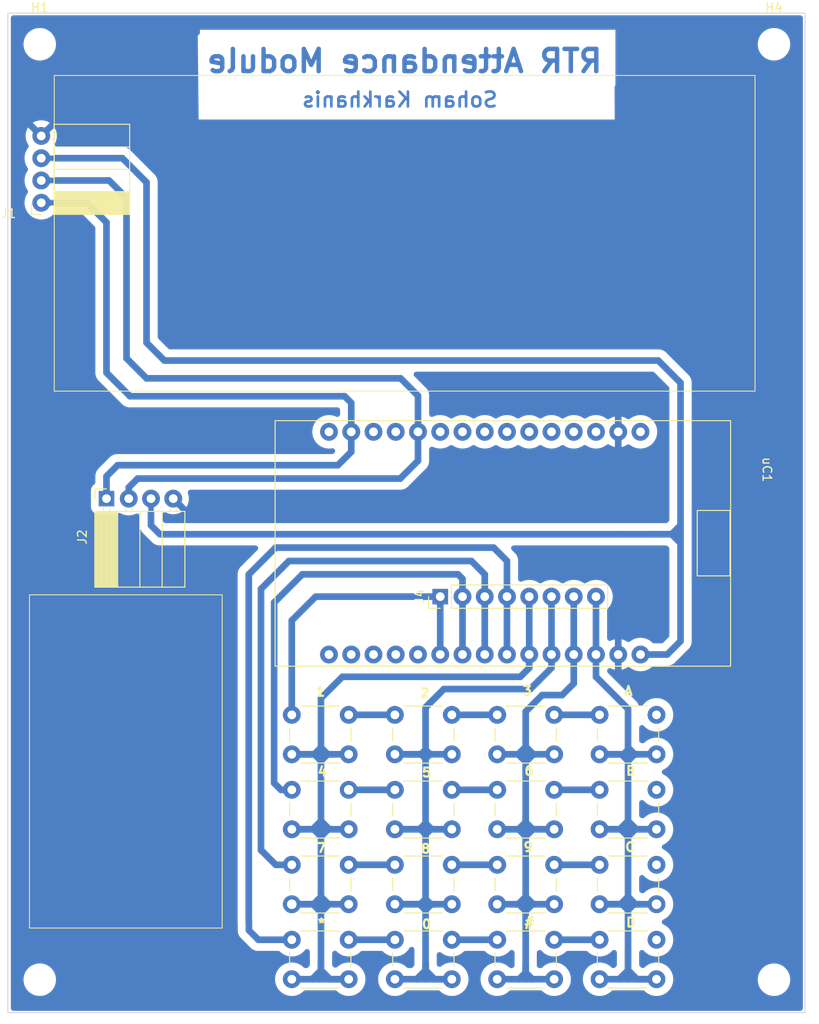
<source format=kicad_pcb>
(kicad_pcb (version 20221018) (generator pcbnew)
  (layers (0 "F.Cu" signal) (31 "B.Cu" signal) (34 "B.Paste" user) (35 "F.Paste" user) (36 "B.SilkS" user "B.Silkscreen") (37 "F.SilkS" user "F.Silkscreen") (38 "B.Mask" user) (39 "F.Mask" user) (44 "Edge.Cuts" user))
  (net 0 "")
  (net 1 "/SCL")
  (net 2 "/SDA")
  (net 3 "/5V")
  (net 4 "GND")
  (net 5 "/R1")
  (net 6 "/C1")
  (net 7 "/R2")
  (net 8 "/R3")
  (net 9 "/R4")
  (net 10 "/C2")
  (net 11 "/C3")
  (net 12 "/C4")
  (footprint "Button_Switch_THT:SW_PUSH_6mm" (layer "F.Cu") (at 142.648799 132.132399)
    (fp_text reference "SW7" hide)
    (fp_text value "SW_Push_45deg" hide)
    (pad "1" thru_hole circle (at 0 0) (size 2.032 2.032) (drill 1) (layers "*.Cu" "*.Mask") (net 8 "/R3"))
    (pad "1" thru_hole circle (at 6.5 0) (size 2.032 2.032) (drill 1) (layers "*.Cu" "*.Mask") (net 8 "/R3"))
    (pad "2" thru_hole circle (at 0 4.5) (size 2.032 2.032) (drill 1) (layers "*.Cu" "*.Mask") (net 10 "/C2"))
    (pad "2" thru_hole circle (at 6.5 4.5) (size 2.032 2.032) (drill 1) (layers "*.Cu" "*.Mask") (net 10 "/C2"))
  )
  (footprint "MountingHole:MountingHole_3.2mm_M3" (layer "F.Cu") (at 185.927999 38.557198)
    (fp_text reference "H4" (at 0 -4.2) (layer "F.SilkS"))
    (fp_text value "MountingHole")
    (pad "" np_thru_hole circle (at 0 0) (size 3.2 3.2) (drill 3.2) (layers "*.Cu" "*.Mask"))
  )
  (footprint "Button_Switch_THT:SW_PUSH_6mm" (layer "F.Cu") (at 166.0168 115.032398)
    (fp_text reference "SW13" hide)
    (fp_text value "SW_Push_45deg" hide)
    (pad "1" thru_hole circle (at 0 0) (size 2.032 2.032) (drill 1) (layers "*.Cu" "*.Mask") (net 5 "/R1"))
    (pad "1" thru_hole circle (at 6.5 0) (size 2.032 2.032) (drill 1) (layers "*.Cu" "*.Mask") (net 5 "/R1"))
    (pad "2" thru_hole circle (at 0 4.5) (size 2.032 2.032) (drill 1) (layers "*.Cu" "*.Mask") (net 12 "/C4"))
    (pad "2" thru_hole circle (at 6.5 4.5) (size 2.032 2.032) (drill 1) (layers "*.Cu" "*.Mask") (net 12 "/C4"))
  )
  (footprint "Button_Switch_THT:SW_PUSH_6mm" (layer "F.Cu") (at 154.332799 132.132398)
    (fp_text reference "SW11" hide)
    (fp_text value "SW_Push_45deg" hide)
    (pad "1" thru_hole circle (at 0 0) (size 2.032 2.032) (drill 1) (layers "*.Cu" "*.Mask") (net 8 "/R3"))
    (pad "1" thru_hole circle (at 6.5 0) (size 2.032 2.032) (drill 1) (layers "*.Cu" "*.Mask") (net 8 "/R3"))
    (pad "2" thru_hole circle (at 0 4.5) (size 2.032 2.032) (drill 1) (layers "*.Cu" "*.Mask") (net 11 "/C3"))
    (pad "2" thru_hole circle (at 6.5 4.5) (size 2.032 2.032) (drill 1) (layers "*.Cu" "*.Mask") (net 11 "/C3"))
  )
  (footprint "Connector_PinSocket_2.54mm:PinSocket_1x04_P2.54mm_Horizontal" (layer "F.Cu") (at 102.28 56.631199 180)
    (fp_text reference "J1" (at 3.728 -1.23) (layer "F.SilkS"))
    (fp_text value "Conn_01x04_Male")
    (pad "1" thru_hole circle (at 0 0 180) (size 2.032 2.032) (drill 1) (layers "*.Cu" "*.Mask") (net 1 "/SCL"))
    (pad "2" thru_hole circle (at 0 2.54 180) (size 2.032 2.032) (drill 1) (layers "*.Cu" "*.Mask") (net 2 "/SDA"))
    (pad "3" thru_hole circle (at 0 5.08 180) (size 2.032 2.032) (drill 1) (layers "*.Cu" "*.Mask") (net 3 "/5V"))
    (pad "4" thru_hole circle (at 0 7.62 180) (size 2.032 2.032) (drill 1) (layers "*.Cu" "*.Mask") (net 4 "GND"))
  )
  (footprint "Button_Switch_THT:SW_PUSH_6mm" (layer "F.Cu") (at 142.648799 115.032399)
    (fp_text reference "SW5" hide)
    (fp_text value "SW_Push_45deg" hide)
    (pad "1" thru_hole circle (at 0 0) (size 2.032 2.032) (drill 1) (layers "*.Cu" "*.Mask") (net 5 "/R1"))
    (pad "1" thru_hole circle (at 6.5 0) (size 2.032 2.032) (drill 1) (layers "*.Cu" "*.Mask") (net 5 "/R1"))
    (pad "2" thru_hole circle (at 0 4.5) (size 2.032 2.032) (drill 1) (layers "*.Cu" "*.Mask") (net 10 "/C2"))
    (pad "2" thru_hole circle (at 6.5 4.5) (size 2.032 2.032) (drill 1) (layers "*.Cu" "*.Mask") (net 10 "/C2"))
  )
  (footprint "myComponents:ESP32_30_Pin" (layer "F.Cu") (at 180.974999 81.4832 -90)
    (fp_text reference "uC1" (at 5.588 -4.167 -90 unlocked) (layer "F.SilkS"))
    (fp_text value "ESP32_30_Pin")
    (pad "1" thru_hole oval (at 1.27 10.287 270) (size 2.032 2.032) (drill 1) (layers "*.Cu" "*.Mask"))
    (pad "2" thru_hole oval (at 1.27 12.827 270) (size 2.032 2.032) (drill 1) (layers "*.Cu" "*.Mask") (net 4 "GND"))
    (pad "3" thru_hole oval (at 1.27 15.367 270) (size 2.032 2.032) (drill 1) (layers "*.Cu" "*.Mask"))
    (pad "4" thru_hole oval (at 1.27 17.907 270) (size 2.032 2.032) (drill 1) (layers "*.Cu" "*.Mask"))
    (pad "5" thru_hole oval (at 1.27 20.447 270) (size 2.032 2.032) (drill 1) (layers "*.Cu" "*.Mask"))
    (pad "6" thru_hole oval (at 1.27 22.987 270) (size 2.032 2.032) (drill 1) (layers "*.Cu" "*.Mask"))
    (pad "7" thru_hole oval (at 1.27 25.527 270) (size 2.032 2.032) (drill 1) (layers "*.Cu" "*.Mask"))
    (pad "8" thru_hole oval (at 1.27 28.067 270) (size 2.032 2.032) (drill 1) (layers "*.Cu" "*.Mask"))
    (pad "9" thru_hole oval (at 1.27 30.607 270) (size 2.032 2.032) (drill 1) (layers "*.Cu" "*.Mask"))
    (pad "10" thru_hole oval (at 1.27 33.147 270) (size 2.032 2.032) (drill 1) (layers "*.Cu" "*.Mask"))
    (pad "11" thru_hole oval (at 1.27 35.687 270) (size 2.032 2.032) (drill 1) (layers "*.Cu" "*.Mask") (net 2 "/SDA"))
    (pad "12" thru_hole oval (at 1.27 38.227 270) (size 2.032 2.032) (drill 1) (layers "*.Cu" "*.Mask"))
    (pad "13" thru_hole oval (at 1.27 40.767 270) (size 2.032 2.032) (drill 1) (layers "*.Cu" "*.Mask"))
    (pad "14" thru_hole oval (at 1.27 43.307 270) (size 2.032 2.032) (drill 1) (layers "*.Cu" "*.Mask") (net 1 "/SCL"))
    (pad "15" thru_hole oval (at 1.27 45.847 270) (size 2.032 2.032) (drill 1) (layers "*.Cu" "*.Mask"))
    (pad "16" thru_hole oval (at 26.67 45.847 270) (size 2.032 2.032) (drill 1) (layers "*.Cu" "*.Mask"))
    (pad "17" thru_hole oval (at 26.67 43.307 270) (size 2.032 2.032) (drill 1) (layers "*.Cu" "*.Mask"))
    (pad "18" thru_hole oval (at 26.67 40.767 270) (size 2.032 2.032) (drill 1) (layers "*.Cu" "*.Mask"))
    (pad "19" thru_hole oval (at 26.67 38.227 270) (size 2.032 2.032) (drill 1) (layers "*.Cu" "*.Mask"))
    (pad "20" thru_hole oval (at 26.67 35.687 270) (size 2.032 2.032) (drill 1) (layers "*.Cu" "*.Mask"))
    (pad "21" thru_hole oval (at 26.67 33.147 270) (size 2.032 2.032) (drill 1) (layers "*.Cu" "*.Mask") (net 5 "/R1"))
    (pad "22" thru_hole oval (at 26.67 30.607 270) (size 2.032 2.032) (drill 1) (layers "*.Cu" "*.Mask") (net 7 "/R2"))
    (pad "23" thru_hole oval (at 26.67 28.067 270) (size 2.032 2.032) (drill 1) (layers "*.Cu" "*.Mask") (net 8 "/R3"))
    (pad "24" thru_hole oval (at 26.67 25.527 270) (size 2.032 2.032) (drill 1) (layers "*.Cu" "*.Mask") (net 9 "/R4"))
    (pad "25" thru_hole oval (at 26.67 22.987 270) (size 2.032 2.032) (drill 1) (layers "*.Cu" "*.Mask") (net 6 "/C1"))
    (pad "26" thru_hole oval (at 26.67 20.447 270) (size 2.032 2.032) (drill 1) (layers "*.Cu" "*.Mask") (net 10 "/C2"))
    (pad "27" thru_hole oval (at 26.67 17.907 270) (size 2.032 2.032) (drill 1) (layers "*.Cu" "*.Mask") (net 11 "/C3"))
    (pad "28" thru_hole oval (at 26.67 15.367 270) (size 2.032 2.032) (drill 1) (layers "*.Cu" "*.Mask") (net 12 "/C4"))
    (pad "29" thru_hole oval (at 26.67 12.827 270) (size 2.032 2.032) (drill 1) (layers "*.Cu" "*.Mask") (net 4 "GND"))
    (pad "30" thru_hole oval (at 26.67 10.287 270) (size 2.032 2.032) (drill 1) (layers "*.Cu" "*.Mask") (net 3 "/5V"))
  )
  (footprint "Button_Switch_THT:SW_PUSH_6mm" (layer "F.Cu") (at 154.332799 123.582398)
    (fp_text reference "SW10" hide)
    (fp_text value "SW_Push_45deg" hide)
    (pad "1" thru_hole circle (at 0 0) (size 2.032 2.032) (drill 1) (layers "*.Cu" "*.Mask") (net 7 "/R2"))
    (pad "1" thru_hole circle (at 6.5 0) (size 2.032 2.032) (drill 1) (layers "*.Cu" "*.Mask") (net 7 "/R2"))
    (pad "2" thru_hole circle (at 0 4.5) (size 2.032 2.032) (drill 1) (layers "*.Cu" "*.Mask") (net 11 "/C3"))
    (pad "2" thru_hole circle (at 6.5 4.5) (size 2.032 2.032) (drill 1) (layers "*.Cu" "*.Mask") (net 11 "/C3"))
  )
  (footprint "Button_Switch_THT:SW_PUSH_6mm" (layer "F.Cu") (at 154.332799 140.682398)
    (fp_text reference "SW12" hide)
    (fp_text value "SW_Push_45deg" hide)
    (pad "1" thru_hole circle (at 0 0) (size 2.032 2.032) (drill 1) (layers "*.Cu" "*.Mask") (net 9 "/R4"))
    (pad "1" thru_hole circle (at 6.5 0) (size 2.032 2.032) (drill 1) (layers "*.Cu" "*.Mask") (net 9 "/R4"))
    (pad "2" thru_hole circle (at 0 4.5) (size 2.032 2.032) (drill 1) (layers "*.Cu" "*.Mask") (net 11 "/C3"))
    (pad "2" thru_hole circle (at 6.5 4.5) (size 2.032 2.032) (drill 1) (layers "*.Cu" "*.Mask") (net 11 "/C3"))
  )
  (footprint "Button_Switch_THT:SW_PUSH_6mm" (layer "F.Cu") (at 142.648799 123.582399)
    (fp_text reference "SW6" hide)
    (fp_text value "SW_Push_45deg" hide)
    (pad "1" thru_hole circle (at 0 0) (size 2.032 2.032) (drill 1) (layers "*.Cu" "*.Mask") (net 7 "/R2"))
    (pad "1" thru_hole circle (at 6.5 0) (size 2.032 2.032) (drill 1) (layers "*.Cu" "*.Mask") (net 7 "/R2"))
    (pad "2" thru_hole circle (at 0 4.5) (size 2.032 2.032) (drill 1) (layers "*.Cu" "*.Mask") (net 10 "/C2"))
    (pad "2" thru_hole circle (at 6.5 4.5) (size 2.032 2.032) (drill 1) (layers "*.Cu" "*.Mask") (net 10 "/C2"))
  )
  (footprint "Button_Switch_THT:SW_PUSH_6mm" (layer "F.Cu") (at 166.0168 132.132399)
    (fp_text reference "SW15" hide)
    (fp_text value "SW_Push_45deg" hide)
    (pad "1" thru_hole circle (at 0 0) (size 2.032 2.032) (drill 1) (layers "*.Cu" "*.Mask") (net 8 "/R3"))
    (pad "1" thru_hole circle (at 6.5 0) (size 2.032 2.032) (drill 1) (layers "*.Cu" "*.Mask") (net 8 "/R3"))
    (pad "2" thru_hole circle (at 0 4.5) (size 2.032 2.032) (drill 1) (layers "*.Cu" "*.Mask") (net 12 "/C4"))
    (pad "2" thru_hole circle (at 6.5 4.5 90) (size 2.032 2.032) (drill 1.1) (layers "*.Cu" "*.Mask") (net 12 "/C4"))
  )
  (footprint "Button_Switch_THT:SW_PUSH_6mm" (layer "F.Cu") (at 166.0168 140.682399)
    (fp_text reference "SW16" hide)
    (fp_text value "SW_Push_45deg" hide)
    (pad "1" thru_hole circle (at 0 0) (size 2.032 2.032) (drill 1) (layers "*.Cu" "*.Mask") (net 9 "/R4"))
    (pad "1" thru_hole circle (at 6.5 0) (size 2.032 2.032) (drill 1) (layers "*.Cu" "*.Mask") (net 9 "/R4"))
    (pad "2" thru_hole circle (at 0 4.5) (size 2.032 2.032) (drill 1) (layers "*.Cu" "*.Mask") (net 12 "/C4"))
    (pad "2" thru_hole circle (at 6.5 4.5) (size 2.032 2.032) (drill 1) (layers "*.Cu" "*.Mask") (net 12 "/C4"))
  )
  (footprint "Button_Switch_THT:SW_PUSH_6mm" (layer "F.Cu") (at 130.880799 115.032398)
    (fp_text reference "SW1" hide)
    (fp_text value "SW_Push_45deg" hide)
    (pad "1" thru_hole circle (at 0 0) (size 2.032 2.032) (drill 1) (layers "*.Cu" "*.Mask") (net 5 "/R1"))
    (pad "1" thru_hole circle (at 6.5 0) (size 2.032 2.032) (drill 1) (layers "*.Cu" "*.Mask") (net 5 "/R1"))
    (pad "2" thru_hole circle (at 0 4.5) (size 2.032 2.032) (drill 1) (layers "*.Cu" "*.Mask") (net 6 "/C1"))
    (pad "2" thru_hole circle (at 6.5 4.5) (size 2.032 2.032) (drill 1) (layers "*.Cu" "*.Mask") (net 6 "/C1"))
  )
  (footprint "MountingHole:MountingHole_3.2mm_M3" (layer "F.Cu") (at 102.107999 38.557199)
    (fp_text reference "H1" (at 0 -4.2) (layer "F.SilkS"))
    (fp_text value "MountingHole" hide)
    (pad "" np_thru_hole circle (at 0 0) (size 3.2 3.2) (drill 3.2) (layers "*.Cu" "*.Mask"))
  )
  (footprint "Button_Switch_THT:SW_PUSH_6mm" (layer "F.Cu") (at 142.648799 140.682399)
    (fp_text reference "SW8" hide)
    (fp_text value "SW_Push_45deg" hide)
    (pad "1" thru_hole circle (at 0 0) (size 2.032 2.032) (drill 1) (layers "*.Cu" "*.Mask") (net 9 "/R4"))
    (pad "1" thru_hole circle (at 6.5 0) (size 2.032 2.032) (drill 1) (layers "*.Cu" "*.Mask") (net 9 "/R4"))
    (pad "2" thru_hole circle (at 0 4.5) (size 2.032 2.032) (drill 1) (layers "*.Cu" "*.Mask") (net 10 "/C2"))
    (pad "2" thru_hole circle (at 6.5 4.5) (size 2.032 2.032) (drill 1) (layers "*.Cu" "*.Mask") (net 10 "/C2"))
  )
  (footprint "Button_Switch_THT:SW_PUSH_6mm" (layer "F.Cu") (at 154.332799 115.032398)
    (fp_text reference "SW9" hide)
    (fp_text value "SW_Push_45deg" hide)
    (pad "1" thru_hole circle (at 0 0) (size 2.032 2.032) (drill 1) (layers "*.Cu" "*.Mask") (net 5 "/R1"))
    (pad "1" thru_hole circle (at 6.5 0) (size 2.032 2.032) (drill 1) (layers "*.Cu" "*.Mask") (net 5 "/R1"))
    (pad "2" thru_hole circle (at 0 4.5) (size 2.032 2.032) (drill 1) (layers "*.Cu" "*.Mask") (net 11 "/C3"))
    (pad "2" thru_hole circle (at 6.5 4.5) (size 2.032 2.032) (drill 1) (layers "*.Cu" "*.Mask") (net 11 "/C3"))
  )
  (footprint "Button_Switch_THT:SW_PUSH_6mm" (layer "F.Cu") (at 130.880799 140.682399)
    (fp_text reference "SW4" hide)
    (fp_text value "SW_Push_45deg" hide)
    (pad "1" thru_hole circle (at 0 0) (size 2.032 2.032) (drill 1) (layers "*.Cu" "*.Mask") (net 9 "/R4"))
    (pad "1" thru_hole circle (at 6.5 0) (size 2.032 2.032) (drill 1) (layers "*.Cu" "*.Mask") (net 9 "/R4"))
    (pad "2" thru_hole circle (at 0 4.5) (size 2.032 2.032) (drill 1) (layers "*.Cu" "*.Mask") (net 6 "/C1"))
    (pad "2" thru_hole circle (at 6.5 4.5) (size 2.032 2.032) (drill 1) (layers "*.Cu" "*.Mask") (net 6 "/C1"))
  )
  (footprint "Button_Switch_THT:SW_PUSH_6mm" (layer "F.Cu") (at 130.880799 132.132399)
    (fp_text reference "SW3" hide)
    (fp_text value "SW_Push_45deg" hide)
    (pad "1" thru_hole circle (at 0 0) (size 2.032 2.032) (drill 1) (layers "*.Cu" "*.Mask") (net 8 "/R3"))
    (pad "1" thru_hole circle (at 6.5 0) (size 2.032 2.032) (drill 1) (layers "*.Cu" "*.Mask") (net 8 "/R3"))
    (pad "2" thru_hole circle (at 0 4.5 90) (size 2.032 2.032) (drill 1.1) (layers "*.Cu" "*.Mask") (net 6 "/C1"))
    (pad "2" thru_hole circle (at 6.5 4.5) (size 2.032 2.032) (drill 1) (layers "*.Cu" "*.Mask") (net 6 "/C1"))
  )
  (footprint "Button_Switch_THT:SW_PUSH_6mm" (layer "F.Cu") (at 166.0168 123.582398)
    (fp_text reference "SW14" hide)
    (fp_text value "SW_Push_45deg" hide)
    (pad "1" thru_hole circle (at 0 0) (size 2.032 2.032) (drill 1) (layers "*.Cu" "*.Mask") (net 7 "/R2"))
    (pad "1" thru_hole circle (at 6.5 0) (size 2.032 2.032) (drill 1) (layers "*.Cu" "*.Mask") (net 7 "/R2"))
    (pad "2" thru_hole circle (at 0 4.5) (size 2.032 2.032) (drill 1) (layers "*.Cu" "*.Mask") (net 12 "/C4"))
    (pad "2" thru_hole circle (at 6.5 4.5) (size 2.032 2.032) (drill 1) (layers "*.Cu" "*.Mask") (net 12 "/C4"))
  )
  (footprint "MountingHole:MountingHole_3.2mm_M3" (layer "F.Cu") (at 185.928 145.237199)
    (fp_text reference "H3" hide)
    (fp_text value "MountingHole")
    (pad "" np_thru_hole circle (at 0 0) (size 3.2 3.2) (drill 3.2) (layers "*.Cu" "*.Mask"))
  )
  (footprint "Button_Switch_THT:SW_PUSH_6mm" (layer "F.Cu") (at 130.880799 123.582398)
    (fp_text reference "SW2" hide)
    (fp_text value "SW_Push_45deg" hide)
    (pad "1" thru_hole circle (at 0 0) (size 2.032 2.032) (drill 1) (layers "*.Cu" "*.Mask") (net 7 "/R2"))
    (pad "1" thru_hole circle (at 6.5 0 90) (size 2.032 2.032) (drill 1.1) (layers "*.Cu" "*.Mask") (net 7 "/R2"))
    (pad "2" thru_hole circle (at 0 4.5) (size 2.032 2.032) (drill 1) (layers "*.Cu" "*.Mask") (net 6 "/C1"))
    (pad "2" thru_hole circle (at 6.5 4.5) (size 2.032 2.032) (drill 1) (layers "*.Cu" "*.Mask") (net 6 "/C1"))
  )
  (footprint "Connector_PinSocket_2.54mm:PinSocket_1x04_P2.54mm_Horizontal" (layer "F.Cu") (at 109.727999 90.373198 90)
    (fp_text reference "J2" (at -4.38 -2.77 90) (layer "F.SilkS"))
    (fp_text value "Conn_01x04_Male")
    (pad "1" thru_hole rect (at 0 0 90) (size 1.778 1.778) (drill 1) (layers "*.Cu" "*.Mask") (net 1 "/SCL"))
    (pad "2" thru_hole circle (at 0 2.54 90) (size 2.032 2.032) (drill 1) (layers "*.Cu" "*.Mask") (net 2 "/SDA"))
    (pad "3" thru_hole circle (at 0 5.08 90) (size 2.032 2.032) (drill 1) (layers "*.Cu" "*.Mask") (net 3 "/5V"))
    (pad "4" thru_hole circle (at 0 7.62 90) (size 2.032 2.032) (drill 1) (layers "*.Cu" "*.Mask") (net 4 "GND"))
  )
  (footprint "MountingHole:MountingHole_3.2mm_M3" (layer "F.Cu") (at 102.107999 145.237199)
    (fp_text reference "H2" hide)
    (fp_text value "MountingHole" hide)
    (pad "" np_thru_hole circle (at 0 0) (size 3.2 3.2) (drill 3.2) (layers "*.Cu" "*.Mask"))
  )
  (footprint "Connector_PinHeader_2.54mm:PinHeader_1x08_P2.54mm_Vertical" (layer "F.Cu") (at 147.827998 101.549201 90)
    (fp_text reference "J4" (at 0 -2.33 90) (layer "F.SilkS"))
    (fp_text value "Conn_01x08_Pin")
    (pad "1" thru_hole rect (at 0 0 90) (size 1.778 1.778) (drill 1) (layers "*.Cu" "*.Mask") (net 5 "/R1"))
    (pad "2" thru_hole circle (at 0 2.54 90) (size 2.032 2.032) (drill 1) (layers "*.Cu" "*.Mask") (net 7 "/R2"))
    (pad "3" thru_hole circle (at 0 5.08 90) (size 2.032 2.032) (drill 1) (layers "*.Cu" "*.Mask") (net 8 "/R3"))
    (pad "4" thru_hole circle (at 0 7.62 90) (size 2.032 2.032) (drill 1) (layers "*.Cu" "*.Mask") (net 9 "/R4"))
    (pad "5" thru_hole circle (at 0 10.16 90) (size 2.032 2.032) (drill 1) (layers "*.Cu" "*.Mask") (net 6 "/C1"))
    (pad "6" thru_hole circle (at 0 12.7 90) (size 2.032 2.032) (drill 1) (layers "*.Cu" "*.Mask") (net 10 "/C2"))
    (pad "7" thru_hole circle (at 0 15.24 90) (size 2.032 2.032) (drill 1) (layers "*.Cu" "*.Mask") (net 11 "/C3"))
    (pad "8" thru_hole circle (at 0 17.78 90) (size 2.032 2.032) (drill 1) (layers "*.Cu" "*.Mask") (net 12 "/C4"))
  )
  (gr_poly (pts (xy 103.763998 42.1132) (xy 183.763999 42.1132) (xy 183.763999 78.113198) (xy 103.764 78.113199)) (stroke (width 0.1)) (fill none) (layer "F.SilkS"))
  (gr_poly (pts (xy 100.935997 101.345199) (xy 122.936 101.3452) (xy 122.935999 139.345199) (xy 100.935999 139.345199)) (stroke (width 0.1)) (fill none) (layer "F.SilkS"))
  (gr_poly (pts (xy 98.468 35.001199) (xy 189.467999 35.001199) (xy 189.467999 149.001199) (xy 98.467999 149.001201)) (stroke (width 0.1)) (fill none) (layer "Edge.Cuts"))
  (gr_text "Soham Karkhanis" (at 154.53803 45.872399) (layer "B.Cu") (effects (font (size 1.7 1.7) (thickness 0.3048) bold) (justify left bottom mirror)))
  (gr_text "RTR Attendance Module" (at 166.57763 41.9608) (layer "B.Cu") (effects (font (size 2.54 2.54) (thickness 0.508) bold) (justify left bottom mirror)))
  (gr_text "1" (at 133.511999 112.997199) (layer "F.SilkS") (effects (font (size 1.016 1.016) (thickness 0.254) bold) (justify left bottom)))
  (gr_text "8" (at 145.511999 130.905198) (layer "F.SilkS") (effects (font (size 1.016 1.016) (thickness 0.254) bold) (justify left bottom)))
  (gr_text "*" (at 133.711999 139.405197) (layer "F.SilkS") (effects (font (size 1.016 1.016) (thickness 0.254) bold) (justify left bottom)))
  (gr_text "A" (at 168.711999 112.897199) (layer "F.SilkS") (effects (font (size 1.016 1.016) (thickness 0.254) bold) (justify left bottom)))
  (gr_text "9" (at 157.212001 130.705199) (layer "F.SilkS") (effects (font (size 1.016 1.016) (thickness 0.254) bold) (justify left bottom)))
  (gr_text "5" (at 145.611999 122.205198) (layer "F.SilkS") (effects (font (size 1.016 1.016) (thickness 0.254) bold) (justify left bottom)))
  (gr_text "C" (at 168.811999 130.705197) (layer "F.SilkS") (effects (font (size 1.016 1.016) (thickness 0.254) bold) (justify left bottom)))
  (gr_text "4" (at 133.711999 122.105198) (layer "F.SilkS") (effects (font (size 1.016 1.016) (thickness 0.254) bold) (justify left bottom)))
  (gr_text "3" (at 157.111998 112.8972) (layer "F.SilkS") (effects (font (size 1.016 1.016) (thickness 0.254) bold) (justify left bottom)))
  (gr_text "D" (at 168.911999 139.305199) (layer "F.SilkS") (effects (font (size 1.016 1.016) (thickness 0.254) bold) (justify left bottom)))
  (gr_text "7" (at 133.611999 130.805199) (layer "F.SilkS") (effects (font (size 1.016 1.016) (thickness 0.254) bold) (justify left bottom)))
  (gr_text "0" (at 145.611999 139.505199) (layer "F.SilkS") (effects (font (size 1.016 1.016) (thickness 0.254) bold) (justify left bottom)))
  (gr_text "B" (at 168.911999 122.005199) (layer "F.SilkS") (effects (font (size 1.016 1.016) (thickness 0.254) bold) (justify left bottom)))
  (gr_text "#" (at 157.311999 139.305198) (layer "F.SilkS") (effects (font (size 1.016 1.016) (thickness 0.254) bold) (justify left bottom)))
  (gr_text "6" (at 157.312 122.005199) (layer "F.SilkS") (effects (font (size 1.016 1.016) (thickness 0.254) bold) (justify left bottom)))
  (gr_text "2" (at 145.411999 113.097199) (layer "F.SilkS") (effects (font (size 1.016 1.016) (thickness 0.254) bold) (justify left bottom)))
  (segment (start 102.28 56.631199) (end 107.482 56.631199) (width 0.762) (layer "B.Cu") (net 1))
  (segment (start 136.911999 78.6972) (end 137.667998 79.453199) (width 0.762) (layer "B.Cu") (net 1))
  (segment (start 109.727998 87.8332) (end 110.997998 86.563199) (width 0.762) (layer "B.Cu") (net 1))
  (segment (start 109.727999 76.013198) (end 112.412 78.697199) (width 0.762) (layer "B.Cu") (net 1))
  (segment (start 136.143998 86.5632) (end 137.667999 85.039199) (width 0.762) (layer "B.Cu") (net 1))
  (segment (start 137.667999 85.039199) (end 137.667998 82.7532) (width 0.762) (layer "B.Cu") (net 1))
  (segment (start 112.412 78.697199) (end 136.911999 78.6972) (width 0.762) (layer "B.Cu") (net 1))
  (segment (start 107.482 56.631199) (end 109.727998 58.8772) (width 0.762) (layer "B.Cu") (net 1))
  (segment (start 109.727998 75.197199) (end 109.727999 76.013198) (width 0.762) (layer "B.Cu") (net 1))
  (segment (start 137.667998 79.453199) (end 137.667998 82.7532) (width 0.762) (layer "B.Cu") (net 1))
  (segment (start 109.727998 58.8772) (end 109.727998 75.197199) (width 0.762) (layer "B.Cu") (net 1))
  (segment (start 110.997998 86.563199) (end 111.759998 86.563199) (width 0.762) (layer "B.Cu") (net 1))
  (segment (start 112.775999 86.563198) (end 136.143998 86.5632) (width 0.762) (layer "B.Cu") (net 1))
  (segment (start 109.727999 90.373198) (end 109.727998 87.8332) (width 0.762) (layer "B.Cu") (net 1))
  (segment (start 111.759998 86.563199) (end 112.775999 86.563198) (width 0.762) (layer "B.Cu") (net 1))
  (segment (start 143.255999 88.087201) (end 145.287999 86.055199) (width 0.762) (layer "B.Cu") (net 2))
  (segment (start 112.013999 56.0832) (end 112.013999 74.371199) (width 0.762) (layer "B.Cu") (net 2))
  (segment (start 112.268 90.373199) (end 112.268 89.103199) (width 0.762) (layer "B.Cu") (net 2))
  (segment (start 145.287999 78.638399) (end 145.288 82.7532) (width 0.762) (layer "B.Cu") (net 2))
  (segment (start 112.013999 74.371199) (end 114.3 76.657199) (width 0.762) (layer "B.Cu") (net 2))
  (segment (start 113.284 88.087199) (end 143.255999 88.087201) (width 0.762) (layer "B.Cu") (net 2))
  (segment (start 114.3 76.657199) (end 143.3068 76.657199) (width 0.762) (layer "B.Cu") (net 2))
  (segment (start 110.022001 54.091199) (end 112.013999 56.0832) (width 0.762) (layer "B.Cu") (net 2))
  (segment (start 143.3068 76.657199) (end 145.287999 78.638399) (width 0.762) (layer "B.Cu") (net 2))
  (segment (start 145.287999 86.055199) (end 145.288 82.7532) (width 0.762) (layer "B.Cu") (net 2))
  (segment (start 102.279999 54.091199) (end 110.022001 54.091199) (width 0.762) (layer "B.Cu") (net 2))
  (segment (start 112.268 89.103199) (end 113.284 88.087199) (width 0.762) (layer "B.Cu") (net 2))
  (segment (start 111.545998 51.551199) (end 114.299997 54.305199) (width 0.762) (layer "B.Cu") (net 3))
  (segment (start 175.259999 77.1652) (end 175.259999 93.421198) (width 0.762) (layer "B.Cu") (net 3))
  (segment (start 173.735999 108.153199) (end 170.687999 108.1532) (width 0.762) (layer "B.Cu") (net 3))
  (segment (start 174.243999 94.437199) (end 175.259999 95.453199) (width 0.762) (layer "B.Cu") (net 3))
  (segment (start 174.243999 94.437199) (end 175.259999 93.421198) (width 0.762) (layer "B.Cu") (net 3))
  (segment (start 171.703999 94.437199) (end 174.243999 94.437199) (width 0.762) (layer "B.Cu") (net 3))
  (segment (start 114.807998 90.373199) (end 114.807998 92.405199) (width 0.762) (layer "B.Cu") (net 3))
  (segment (start 114.807998 93.421199) (end 115.823999 94.437199) (width 0.762) (layer "B.Cu") (net 3))
  (segment (start 114.807998 92.405199) (end 114.807998 93.421199) (width 0.762) (layer "B.Cu") (net 3))
  (segment (start 102.28 51.551199) (end 111.545998 51.551199) (width 0.762) (layer "B.Cu") (net 3))
  (segment (start 114.3 72.593199) (end 116.332 74.625199) (width 0.762) (layer "B.Cu") (net 3))
  (segment (start 168.147999 94.437199) (end 115.823999 94.437199) (width 0.762) (layer "B.Cu") (net 3))
  (segment (start 175.259999 93.421198) (end 175.259999 94.4372) (width 0.762) (layer "B.Cu") (net 3))
  (segment (start 175.259999 95.453199) (end 175.259999 106.629199) (width 0.762) (layer "B.Cu") (net 3))
  (segment (start 175.259999 94.4372) (end 175.259999 95.453199) (width 0.762) (layer "B.Cu") (net 3))
  (segment (start 172.211999 94.437199) (end 175.259999 94.4372) (width 0.762) (layer "B.Cu") (net 3))
  (segment (start 168.147999 94.437199) (end 171.703999 94.437199) (width 0.762) (layer "B.Cu") (net 3))
  (segment (start 171.703999 94.437199) (end 172.211999 94.437199) (width 0.762) (layer "B.Cu") (net 3))
  (segment (start 114.299997 54.305199) (end 114.3 72.593199) (width 0.762) (layer "B.Cu") (net 3))
  (segment (start 175.259999 106.629199) (end 173.735999 108.153199) (width 0.762) (layer "B.Cu") (net 3))
  (segment (start 172.211999 94.437199) (end 174.243999 94.437199) (width 0.762) (layer "B.Cu") (net 3))
  (segment (start 116.332 74.625199) (end 172.719999 74.6252) (width 0.762) (layer "B.Cu") (net 3))
  (segment (start 172.719999 74.6252) (end 175.259999 77.1652) (width 0.762) (layer "B.Cu") (net 3))
  (segment (start 133.603999 101.549201) (end 147.827998 101.549201) (width 0.762) (layer "B.Cu") (net 5))
  (segment (start 149.148799 115.0324) (end 154.332799 115.032398) (width 0.762) (layer "B.Cu") (net 5))
  (segment (start 160.8328 115.032399) (end 166.0168 115.032398) (width 0.762) (layer "B.Cu") (net 5))
  (segment (start 130.880799 115.032398) (end 130.880799 104.272398) (width 0.762) (layer "B.Cu") (net 5))
  (segment (start 130.880799 104.272398) (end 133.603999 101.549201) (width 0.762) (layer "B.Cu") (net 5))
  (segment (start 137.3808 115.0324) (end 142.648799 115.032399) (width 0.762) (layer "B.Cu") (net 5))
  (segment (start 147.827998 101.549201) (end 147.827999 108.1532) (width 0.762) (layer "B.Cu") (net 5))
  (segment (start 135.240799 145.182399) (end 137.380799 145.182399) (width 0.762) (layer "B.Cu") (net 6))
  (segment (start 134.214799 118.756399) (end 134.214799 113.930399) (width 0.762) (layer "B.Cu") (net 6))
  (segment (start 157.987998 101.549201) (end 157.987999 108.1532) (width 0.762) (layer "B.Cu") (net 6))
  (segment (start 135.484798 128.082399) (end 135.1588 128.082399) (width 0.762) (layer "B.Cu") (net 6))
  (segment (start 135.1588 128.082399) (end 134.214799 127.138399) (width 0.762) (layer "B.Cu") (net 6))
  (segment (start 135.134799 136.6324) (end 134.214799 137.552399) (width 0.762) (layer "B.Cu") (net 6))
  (segment (start 130.880799 136.632399) (end 133.3568 136.632399) (width 0.762) (layer "B.Cu") (net 6))
  (segment (start 134.214799 137.552399) (end 134.214799 143.140399) (width 0.762) (layer "B.Cu") (net 6))
  (segment (start 134.214799 127.138399) (end 134.2148 128.154397) (width 0.762) (layer "B.Cu") (net 6))
  (segment (start 137.380799 128.082399) (end 135.484798 128.082399) (width 0.762) (layer "B.Cu") (net 6))
  (segment (start 130.880799 119.532399) (end 133.466798 119.532399) (width 0.762) (layer "B.Cu") (net 6))
  (segment (start 133.294799 136.632398) (end 134.214799 137.552399) (width 0.762) (layer "B.Cu") (net 6))
  (segment (start 135.484798 128.082399) (end 134.286798 128.082399) (width 0.762) (layer "B.Cu") (net 6))
  (segment (start 135.048799 128.082399) (end 134.214799 128.916399) (width 0.762) (layer "B.Cu") (net 6))
  (segment (start 135.484798 119.532399) (end 134.9628 119.532399) (width 0.762) (layer "B.Cu") (net 6))
  (segment (start 133.3568 136.632399) (end 134.214799 135.774399) (width 0.762) (layer "B.Cu") (net 6))
  (segment (start 134.214799 113.930399) (end 134.214799 113.130399) (width 0.762) (layer "B.Cu") (net 6))
  (segment (start 134.214799 136.5364) (end 134.214799 137.552399) (width 0.762) (layer "B.Cu") (net 6))
  (segment (start 133.380799 128.082399) (end 134.214799 128.916399) (width 0.762) (layer "B.Cu") (net 6))
  (segment (start 135.072798 136.632399) (end 134.214799 135.774399) (width 0.762) (layer "B.Cu") (net 6))
  (segment (start 137.380799 119.532399) (end 135.484798 119.532399) (width 0.762) (layer "B.Cu") (net 6))
  (segment (start 157.987999 109.677199) (end 157.987999 108.1532) (width 0.762) (layer "B.Cu") (net 6))
  (segment (start 130.880799 128.082399) (end 133.270799 128.0824) (width 0.762) (layer "B.Cu") (net 6))
  (segment (start 133.198799 145.182399) (end 130.880799 145.182399) (width 0.762) (layer "B.Cu") (net 6))
  (segment (start 130.880799 128.082399) (end 133.380799 128.082399) (width 0.762) (layer "B.Cu") (net 6))
  (segment (start 136.651998 110.6932) (end 156.971999 110.693199) (width 0.762) (layer "B.Cu") (net 6))
  (segment (start 134.214799 120.280399) (end 134.214799 127.138399) (width 0.762) (layer "B.Cu") (net 6))
  (segment (start 133.466798 119.532399) (end 134.214799 120.280399) (width 0.762) (layer "B.Cu") (net 6))
  (segment (start 137.380799 145.182399) (end 133.9608 145.182399) (width 0.762) (layer "B.Cu") (net 6))
  (segment (start 133.438798 119.532399) (end 134.214799 118.756399) (width 0.762) (layer "B.Cu") (net 6))
  (segment (start 130.880799 136.632399) (end 133.294799 136.632398) (width 0.762) (layer "B.Cu") (net 6))
  (segment (start 135.230799 136.632399) (end 135.134799 136.6324) (width 0.762) (layer "B.Cu") (net 6))
  (segment (start 134.214799 143.140399) (end 134.214799 144.156399) (width 0.762) (layer "B.Cu") (net 6))
  (segment (start 137.380799 136.632399) (end 135.230799 136.632399) (width 0.762) (layer "B.Cu") (net 6))
  (segment (start 134.214799 143.140399) (end 134.214799 144.928399) (width 0.762) (layer "B.Cu") (net 6))
  (segment (start 134.214799 143.140399) (end 134.214799 144.166399) (width 0.762) (layer "B.Cu") (net 6))
  (segment (start 134.214799 144.166399) (end 133.198799 145.182399) (width 0.762) (layer "B.Cu") (net 6))
  (segment (start 134.9628 119.532399) (end 134.214799 120.280399) (width 0.762) (layer "B.Cu") (net 6))
  (segment (start 135.484798 128.082399) (end 135.048799 128.082399) (width 0.762) (layer "B.Cu") (net 6))
  (segment (start 134.214799 144.156399) (end 135.240799 145.182399) (width 0.762) (layer "B.Cu") (net 6))
  (segment (start 134.2148 128.154397) (end 134.214799 128.916399) (width 0.762) (layer "B.Cu") (net 6))
  (segment (start 135.230799 136.632399) (end 134.310799 136.6324) (width 0.762) (layer "B.Cu") (net 6))
  (segment (start 134.9908 119.532399) (end 134.214799 118.756399) (width 0.762) (layer "B.Cu") (net 6))
  (segment (start 130.880799 119.532399) (end 133.438798 119.532399) (width 0.762) (layer "B.Cu") (net 6))
  (segment (start 133.270799 128.0824) (end 134.214799 127.138399) (width 0.762) (layer "B.Cu") (net 6))
  (segment (start 134.310799 136.6324) (end 134.214799 136.5364) (width 0.762) (layer "B.Cu") (net 6))
  (segment (start 134.214799 118.756399) (end 134.214799 120.280399) (width 0.762) (layer "B.Cu") (net 6))
  (segment (start 135.484798 119.532399) (end 134.9908 119.532399) (width 0.762) (layer "B.Cu") (net 6))
  (segment (start 135.230799 136.632399) (end 135.072798 136.632399) (width 0.762) (layer "B.Cu") (net 6))
  (segment (start 134.286798 128.082399) (end 134.2148 128.154397) (width 0.762) (layer "B.Cu") (net 6))
  (segment (start 134.214799 113.130399) (end 136.651998 110.6932) (width 0.762) (layer "B.Cu") (net 6))
  (segment (start 134.214799 128.916399) (end 134.214799 135.774399) (width 0.762) (layer "B.Cu") (net 6))
  (segment (start 134.214799 135.774399) (end 134.214799 136.5364) (width 0.762) (layer "B.Cu") (net 6))
  (segment (start 134.214799 144.928399) (end 133.9608 145.182399) (width 0.762) (layer "B.Cu") (net 6))
  (segment (start 156.971999 110.693199) (end 157.987999 109.677199) (width 0.762) (layer "B.Cu") (net 6))
  (segment (start 133.9608 145.182399) (end 133.198799 145.182399) (width 0.762) (layer "B.Cu") (net 6))
  (segment (start 160.832799 123.582398) (end 166.0168 123.582398) (width 0.762) (layer "B.Cu") (net 7))
  (segment (start 137.380799 123.582398) (end 142.648799 123.582399) (width 0.762) (layer "B.Cu") (net 7))
  (segment (start 132.08 99.009198) (end 149.859999 99.009199) (width 0.762) (layer "B.Cu") (net 7))
  (segment (start 128.864798 122.804399) (end 128.864799 102.224401) (width 0.762) (layer "B.Cu") (net 7))
  (segment (start 128.864799 102.224401) (end 132.08 99.009198) (width 0.762) (layer "B.Cu") (net 7))
  (segment (start 150.367998 101.549199) (end 150.368 108.1532) (width 0.762) (layer "B.Cu") (net 7))
  (segment (start 149.148798 123.582399) (end 154.332799 123.582398) (width 0.762) (layer "B.Cu") (net 7))
  (segment (start 149.859999 99.009199) (end 150.367999 99.517201) (width 0.762) (layer "B.Cu") (net 7))
  (segment (start 129.6428 123.582398) (end 128.864798 122.804399) (width 0.762) (layer "B.Cu") (net 7))
  (segment (start 130.880799 123.582398) (end 129.6428 123.582398) (width 0.762) (layer "B.Cu") (net 7))
  (segment (start 150.367999 99.517201) (end 150.367998 101.549199) (width 0.762) (layer "B.Cu") (net 7))
  (segment (start 127.364999 100.676199) (end 130.555998 97.485199) (width 0.762) (layer "B.Cu") (net 8))
  (segment (start 160.832799 132.132398) (end 166.0168 132.132399) (width 0.762) (layer "B.Cu") (net 8))
  (segment (start 127.452599 130.551399) (end 127.364999 130.463799) (width 0.762) (layer "B.Cu") (net 8))
  (segment (start 129.0488 132.132399) (end 127.467799 130.551399) (width 0.762) (layer "B.Cu") (net 8))
  (segment (start 152.908 99.009198) (end 152.907998 101.549198) (width 0.762) (layer "B.Cu") (net 8))
  (segment (start 127.467799 130.551399) (end 127.452599 130.551399) (width 0.762) (layer "B.Cu") (net 8))
  (segment (start 130.880799 132.132399) (end 129.0488 132.132399) (width 0.762) (layer "B.Cu") (net 8))
  (segment (start 152.907998 101.549198) (end 152.907999 108.153201) (width 0.762) (layer "B.Cu") (net 8))
  (segment (start 130.555998 97.485199) (end 151.383999 97.485198) (width 0.762) (layer "B.Cu") (net 8))
  (segment (start 137.380799 132.132399) (end 142.648799 132.132399) (width 0.762) (layer "B.Cu") (net 8))
  (segment (start 149.148798 132.132399) (end 154.332799 132.132398) (width 0.762) (layer "B.Cu") (net 8))
  (segment (start 127.364999 130.463799) (end 127.364999 100.676199) (width 0.762) (layer "B.Cu") (net 8))
  (segment (start 151.383999 97.485198) (end 152.908 99.009198) (width 0.762) (layer "B.Cu") (net 8))
  (segment (start 155.447999 97.485196) (end 155.447998 101.549199) (width 0.762) (layer "B.Cu") (net 9))
  (segment (start 130.880799 140.682399) (end 127.067999 140.682398) (width 0.762) (layer "B.Cu") (net 9))
  (segment (start 125.983999 139.598399) (end 125.983999 138.6332) (width 0.762) (layer "B.Cu") (net 9))
  (segment (start 153.924 95.961197) (end 155.447999 97.485196) (width 0.762) (layer "B.Cu") (net 9))
  (segment (start 137.380799 140.682399) (end 142.648799 140.682399) (width 0.762) (layer "B.Cu") (net 9))
  (segment (start 129.032 95.961197) (end 153.924 95.961197) (width 0.762) (layer "B.Cu") (net 9))
  (segment (start 125.983999 138.6332) (end 125.967998 138.617199) (width 0.762) (layer "B.Cu") (net 9))
  (segment (start 155.447998 101.549199) (end 155.447999 108.1532) (width 0.762) (layer "B.Cu") (net 9))
  (segment (start 127.067999 140.682398) (end 125.983999 139.598399) (width 0.762) (layer "B.Cu") (net 9))
  (segment (start 125.967998 138.617199) (end 125.967999 99.025201) (width 0.762) (layer "B.Cu") (net 9))
  (segment (start 149.148798 140.682399) (end 154.332799 140.682398) (width 0.762) (layer "B.Cu") (net 9))
  (segment (start 125.967999 99.025201) (end 129.032 95.961197) (width 0.762) (layer "B.Cu") (net 9))
  (segment (start 160.832799 140.682398) (end 166.0168 140.682399) (width 0.762) (layer "B.Cu") (net 9))
  (segment (start 145.136799 145.1824) (end 142.648799 145.182399) (width 0.762) (layer "B.Cu") (net 10))
  (segment (start 146.842799 128.082398) (end 146.152799 127.392399) (width 0.762) (layer "B.Cu") (net 10))
  (segment (start 147.168799 136.6324) (end 146.756799 136.6324) (width 0.762) (layer "B.Cu") (net 10))
  (segment (start 146.224799 128.082398) (end 146.1528 128.154399) (width 0.762) (layer "B.Cu") (net 10))
  (segment (start 158.996817 111.208382) (end 160.527998 109.6772) (width 0.762) (layer "B.Cu") (net 10))
  (segment (start 158.114999 112.090199) (end 158.996817 111.208382) (width 0.762) (layer "B.Cu") (net 10))
  (segment (start 146.1528 136.536399) (end 146.152799 137.2984) (width 0.762) (layer "B.Cu") (net 10))
  (segment (start 146.248799 136.632399) (end 146.1528 136.536399) (width 0.762) (layer "B.Cu") (net 10))
  (segment (start 142.648799 119.532399) (end 145.630799 119.532399) (width 0.762) (layer "B.Cu") (net 10))
  (segment (start 146.152799 114.184398) (end 147.676799 112.6604) (width 0.762) (layer "B.Cu") (net 10))
  (segment (start 149.148799 145.182398) (end 146.152799 145.182398) (width 0.762) (layer "B.Cu") (net 10))
  (segment (start 146.1528 143.394399) (end 146.152799 144.1664) (width 0.762) (layer "B.Cu") (net 10))
  (segment (start 142.648799 128.082399) (end 145.462799 128.082399) (width 0.762) (layer "B.Cu") (net 10))
  (segment (start 145.486798 136.632399) (end 146.152799 137.2984) (width 0.762) (layer "B.Cu") (net 10))
  (segment (start 158.996816 111.241672) (end 158.996817 111.208382) (width 0.762) (layer "B.Cu") (net 10))
  (segment (start 146.152799 145.182398) (end 145.136799 145.1824) (width 0.762) (layer "B.Cu") (net 10))
  (segment (start 145.658799 119.532399) (end 146.152799 120.026401) (width 0.762) (layer "B.Cu") (net 10))
  (segment (start 160.527998 109.6772) (end 160.527998 108.1532) (width 0.762) (layer "B.Cu") (net 10))
  (segment (start 146.732798 128.082399) (end 146.152799 128.662399) (width 0.762) (layer "B.Cu") (net 10))
  (segment (start 146.1528 143.394399) (end 146.152799 145.182398) (width 0.762) (layer "B.Cu") (net 10))
  (segment (start 149.148798 136.632399) (end 147.168799 136.6324) (width 0.762) (layer "B.Cu") (net 10))
  (segment (start 146.756799 136.6324) (end 146.152799 136.0284) (width 0.762) (layer "B.Cu") (net 10))
  (segment (start 146.8188 136.632399) (end 146.152799 137.2984) (width 0.762) (layer "B.Cu") (net 10))
  (segment (start 146.152799 128.662399) (end 146.152799 136.0284) (width 0.762) (layer "B.Cu") (net 10))
  (segment (start 145.5728 128.082399) (end 146.152799 128.662399) (width 0.762) (layer "B.Cu") (net 10))
  (segment (start 146.1528 128.154399) (end 146.152799 128.662399) (width 0.762) (layer "B.Cu") (net 10))
  (segment (start 146.674799 119.532398) (end 146.152799 119.010399) (width 0.762) (layer "B.Cu") (net 10))
  (segment (start 142.648799 119.532399) (end 145.658799 119.532399) (width 0.762) (layer "B.Cu") (net 10))
  (segment (start 149.148798 119.532399) (end 146.674799 119.532398) (width 0.762) (layer "B.Cu") (net 10))
  (segment (start 147.168799 136.6324) (end 146.8188 136.632399) (width 0.762) (layer "B.Cu") (net 10))
  (segment (start 146.152799 144.156398) (end 147.1788 145.182399) (width 0.762) (layer "B.Cu") (net 10))
  (segment (start 147.168799 136.6324) (end 146.248799 136.632399) (width 0.762) (layer "B.Cu") (net 10))
  (segment (start 146.152799 137.2984) (end 146.1528 143.394399) (width 0.762) (layer "B.Cu") (net 10))
  (segment (start 160.527998 101.549199) (end 160.527998 108.1532) (width 0.762) (layer "B.Cu") (net 10))
  (segment (start 145.548799 136.6324) (end 146.152799 136.0284) (width 0.762) (layer "B.Cu") (net 10))
  (segment (start 146.152799 136.0284) (end 146.1528 136.536399) (width 0.762) (layer "B.Cu") (net 10))
  (segment (start 142.648799 136.632399) (end 145.548799 136.6324) (width 0.762) (layer "B.Cu") (net 10))
  (segment (start 149.148798 128.082399) (end 147.168799 128.0824) (width 0.762) (layer "B.Cu") (net 10))
  (segment (start 146.152799 144.1664) (end 145.136799 145.1824) (width 0.762) (layer "B.Cu") (net 10))
  (segment (start 147.168799 128.0824) (end 146.842799 128.082398) (width 0.762) (layer "B.Cu") (net 10))
  (segment (start 142.648799 136.632399) (end 145.486798 136.632399) (width 0.762) (layer "B.Cu") (net 10))
  (segment (start 145.462799 128.082399) (end 146.152799 127.392399) (width 0.762) (layer "B.Cu") (net 10))
  (segment (start 147.168799 128.0824) (end 146.224799 128.082398) (width 0.762) (layer "B.Cu") (net 10))
  (segment (start 145.630799 119.532399) (end 146.152799 119.010399) (width 0.762) (layer "B.Cu") (net 10))
  (segment (start 146.152799 119.010399) (end 146.152799 120.026401) (width 0.762) (layer "B.Cu") (net 10))
  (segment (start 146.152799 114.184398) (end 148.246999 112.090198) (width 0.762) (layer "B.Cu") (net 10))
  (segment (start 147.1788 145.182399) (end 149.148799 145.182398) (width 0.762) (layer "B.Cu") (net 10))
  (segment (start 146.646799 119.532398) (end 146.152799 120.026401) (width 0.762) (layer "B.Cu") (net 10))
  (segment (start 148.246999 112.090198) (end 158.114999 112.090199) (width 0.762) (layer "B.Cu") (net 10))
  (segment (start 146.1528 143.394399) (end 146.152799 144.156398) (width 0.762) (layer "B.Cu") (net 10))
  (segment (start 147.168799 128.0824) (end 146.732798 128.082399) (width 0.762) (layer "B.Cu") (net 10))
  (segment (start 142.648799 128.082399) (end 145.5728 128.082399) (width 0.762) (layer "B.Cu") (net 10))
  (segment (start 146.674799 119.532398) (end 146.646799 119.532398) (width 0.762) (layer "B.Cu") (net 10))
  (segment (start 146.152799 119.010399) (end 146.152799 114.184398) (width 0.762) (layer "B.Cu") (net 10))
  (segment (start 146.152799 120.026401) (end 146.152799 127.392399) (width 0.762) (layer "B.Cu") (net 10))
  (segment (start 146.152799 127.392399) (end 146.1528 128.154399) (width 0.762) (layer "B.Cu") (net 10))
  (segment (start 156.7332 119.532398) (end 157.582799 120.382) (width 0.762) (layer "B.Cu") (net 11))
  (segment (start 157.5828 137.399999) (end 157.5828 143.648399) (width 0.762) (layer "B.Cu") (net 11))
  (segment (start 157.582799 118.654798) (end 157.5828 114.654399) (width 0.762) (layer "B.Cu") (net 11))
  (segment (start 157.582799 145.172398) (end 157.5928 145.182399) (width 0.762) (layer "B.Cu") (net 11))
  (segment (start 157.582799 145.172398) (end 157.572798 145.182399) (width 0.762) (layer "B.Cu") (net 11))
  (segment (start 157.582799 128.9164) (end 157.582799 135.774401) (width 0.762) (layer "B.Cu") (net 11))
  (segment (start 157.582799 126.732) (end 157.582799 127.2696) (width 0.762) (layer "B.Cu") (net 11))
  (segment (start 158.700399 136.632398) (end 158.4408 136.632399) (width 0.762) (layer "B.Cu") (net 11))
  (segment (start 156.8208 145.182399) (end 154.332799 145.1824) (width 0.762) (layer "B.Cu") (net 11))
  (segment (start 157.572798 145.182399) (end 156.8208 145.182399) (width 0.762) (layer "B.Cu") (net 11))
  (segment (start 156.465199 136.632398) (end 157.577199 136.632399) (width 0.762) (layer "B.Cu") (net 11))
  (segment (start 157.582799 118.654798) (end 157.582799 118.6688) (width 0.762) (layer "B.Cu") (net 11))
  (segment (start 157.582799 127.2696) (end 158.395598 128.082399) (width 0.762) (layer "B.Cu") (net 11))
  (segment (start 157.582799 144.4204) (end 156.8208 145.182399) (width 0.762) (layer "B.Cu") (net 11))
  (segment (start 161.747199 112.776001) (end 163.067998 111.4552) (width 0.762) (layer "B.Cu") (net 11))
  (segment (start 157.582799 120.382) (end 157.610799 120.382) (width 0.762) (layer "B.Cu") (net 11))
  (segment (start 157.582799 118.654798) (end 157.582799 120.382) (width 0.762) (layer "B.Cu") (net 11))
  (segment (start 158.7004 119.532399) (end 160.832798 119.532399) (width 0.762) (layer "B.Cu") (net 11))
  (segment (start 156.7192 128.082399) (end 154.332799 128.0824) (width 0.762) (layer "B.Cu") (net 11))
  (segment (start 157.582799 118.6688) (end 156.7192 119.532399) (width 0.762) (layer "B.Cu") (net 11))
  (segment (start 158.395598 128.082399) (end 156.7192 128.082399) (width 0.762) (layer "B.Cu") (net 11))
  (segment (start 157.582799 128.895199) (end 157.582799 128.9164) (width 0.762) (layer "B.Cu") (net 11))
  (segment (start 156.77 128.082399) (end 157.582799 127.2696) (width 0.762) (layer "B.Cu") (net 11))
  (segment (start 158.4408 136.632399) (end 157.582799 135.774401) (width 0.762) (layer "B.Cu") (net 11))
  (segment (start 160.8328 128.082398) (end 158.395598 128.082399) (width 0.762) (layer "B.Cu") (net 11))
  (segment (start 157.582799 120.382) (end 157.582799 126.732) (width 0.762) (layer "B.Cu") (net 11))
  (segment (start 157.5828 143.648399) (end 157.582799 144.4204) (width 0.762) (layer "B.Cu") (net 11))
  (segment (start 163.067998 111.4552) (end 163.068 108.153201) (width 0.762) (layer "B.Cu") (net 11))
  (segment (start 154.332799 119.5324) (end 156.7192 119.532399) (width 0.762) (layer "B.Cu") (net 11))
  (segment (start 156.7192 119.532399) (end 156.7332 119.532398) (width 0.762) (layer "B.Cu") (net 11))
  (segment (start 157.610799 120.382) (end 158.460399 119.5324) (width 0.762) (layer "B.Cu") (net 11))
  (segment (start 157.582799 144.4204) (end 158.344798 145.182399) (width 0.762) (layer "B.Cu") (net 11))
  (segment (start 156.815199 136.632399) (end 157.5828 137.399999) (width 0.762) (layer "B.Cu") (net 11))
  (segment (start 157.582799 126.732) (end 157.582799 128.9164) (width 0.762) (layer "B.Cu") (net 11))
  (segment (start 157.577199 136.632399) (end 157.582799 136.637999) (width 0.762) (layer "B.Cu") (net 11))
  (segment (start 154.332799 136.6324) (end 156.465199 136.632398) (width 0.762) (layer "B.Cu") (net 11))
  (segment (start 157.582799 128.895199) (end 156.77 128.082399) (width 0.762) (layer "B.Cu") (net 11))
  (segment (start 158.460399 119.5324) (end 157.582799 118.654798) (width 0.762) (layer "B.Cu") (net 11))
  (segment (start 160.832799 136.6324) (end 158.700399 136.632398) (width 0.762) (layer "B.Cu") (net 11))
  (segment (start 157.582799 136.637999) (end 157.5828 137.399999) (width 0.762) (layer "B.Cu") (net 11))
  (segment (start 163.067997 101.549199) (end 163.068 108.153201) (width 0.762) (layer "B.Cu") (net 11))
  (segment (start 157.5928 145.182399) (end 158.344798 145.182399) (width 0.762) (layer "B.Cu") (net 11))
  (segment (start 157.5828 143.648399) (end 157.582799 145.172398) (width 0.762) (layer "B.Cu") (net 11))
  (segment (start 158.4408 136.632399) (end 158.350399 136.632399) (width 0.762) (layer "B.Cu") (net 11))
  (segment (start 157.5828 114.654399) (end 159.461198 112.776) (width 0.762) (layer "B.Cu") (net 11))
  (segment (start 157.582799 135.774401) (end 157.582799 136.637999) (width 0.762) (layer "B.Cu") (net 11))
  (segment (start 158.700399 136.632398) (end 157.577199 136.632399) (width 0.762) (layer "B.Cu") (net 11))
  (segment (start 156.7192 128.082399) (end 156.77 128.082399) (width 0.762) (layer "B.Cu") (net 11))
  (segment (start 158.344798 145.182399) (end 160.8328 145.182399) (width 0.762) (layer "B.Cu") (net 11))
  (segment (start 158.395598 128.082399) (end 157.582799 128.895199) (width 0.762) (layer "B.Cu") (net 11))
  (segment (start 156.465199 136.632398) (end 156.724798 136.632399) (width 0.762) (layer "B.Cu") (net 11))
  (segment (start 156.7192 119.532399) (end 158.7004 119.532399) (width 0.762) (layer "B.Cu") (net 11))
  (segment (start 156.465199 136.632398) (end 156.815199 136.632399) (width 0.762) (layer "B.Cu") (net 11))
  (segment (start 159.461198 112.776) (end 161.747199 112.776001) (width 0.762) (layer "B.Cu") (net 11))
  (segment (start 158.7004 119.532399) (end 158.460399 119.5324) (width 0.762) (layer "B.Cu") (net 11))
  (segment (start 158.350399 136.632399) (end 157.5828 137.399999) (width 0.762) (layer "B.Cu") (net 11))
  (segment (start 156.724798 136.632399) (end 157.582799 135.774401) (width 0.762) (layer "B.Cu") (net 11))
  (segment (start 168.250799 145.182399) (end 166.0168 145.182399) (width 0.762) (layer "B.Cu") (net 12))
  (segment (start 170.292799 145.182399) (end 172.516799 145.182399) (width 0.762) (layer "B.Cu") (net 12))
  (segment (start 170.536799 136.632399) (end 169.932799 136.632399) (width 0.762) (layer "B.Cu") (net 12))
  (segment (start 166.0168 119.532399) (end 168.744799 119.5324) (width 0.762) (layer "B.Cu") (net 12))
  (segment (start 168.4328 128.082399) (end 169.2668 128.916399) (width 0.762) (layer "B.Cu") (net 12))
  (segment (start 170.282799 119.532398) (end 170.042799 119.532398) (width 0.762) (layer "B.Cu") (net 12))
  (segment (start 165.607999 101.549199) (end 165.607999 108.1532) (width 0.762) (layer "B.Cu") (net 12))
  (segment (start 170.0148 119.532399) (end 169.2668 120.280399) (width 0.762) (layer "B.Cu") (net 12))
  (segment (start 169.2668 144.166399) (end 168.250799 145.182399) (width 0.762) (layer "B.Cu") (net 12))
  (segment (start 169.362798 136.632399) (end 169.2668 136.5364) (width 0.762) (layer "B.Cu") (net 12))
  (segment (start 168.408799 136.6324) (end 169.2668 135.774399) (width 0.762) (layer "B.Cu") (net 12))
  (segment (start 169.2668 119.010399) (end 169.2668 120.280399) (width 0.762) (layer "B.Cu") (net 12))
  (segment (start 169.2668 120.280399) (end 169.2668 127.138399) (width 0.762) (layer "B.Cu") (net 12))
  (segment (start 165.607998 110.693199) (end 169.2668 114.351999) (width 0.762) (layer "B.Cu") (net 12))
  (segment (start 169.2668 143.140399) (end 169.2668 144.156399) (width 0.762) (layer "B.Cu") (net 12))
  (segment (start 169.2668 119.010399) (end 169.2668 118.756399) (width 0.762) (layer "B.Cu") (net 12))
  (segment (start 166.0168 119.532399) (end 168.518799 119.532399) (width 0.762) (layer "B.Cu") (net 12))
  (segment (start 170.536799 128.082398) (end 169.4488 128.082398) (width 0.762) (layer "B.Cu") (net 12))
  (segment (start 168.518799 119.532399) (end 169.2668 120.280399) (width 0.762) (layer "B.Cu") (net 12))
  (segment (start 169.2668 136.5364) (end 169.2668 137.298399) (width 0.762) (layer "B.Cu") (net 12))
  (segment (start 168.322799 128.082399) (end 169.2668 127.138399) (width 0.762) (layer "B.Cu") (net 12))
  (segment (start 172.516799 128.082399) (end 170.536799 128.082398) (width 0.762) (layer "B.Cu") (net 12))
  (segment (start 170.536799 128.082398) (end 170.210799 128.082398) (width 0.762) (layer "B.Cu") (net 12))
  (segment (start 169.2668 114.351999) (end 169.2668 118.756399) (width 0.762) (layer "B.Cu") (net 12))
  (segment (start 170.282799 119.532398) (end 170.0148 119.532399) (width 0.762) (layer "B.Cu") (net 12))
  (segment (start 169.2668 135.774399) (end 169.2668 136.5364) (width 0.762) (layer "B.Cu") (net 12))
  (segment (start 169.2668 144.156399) (end 170.292799 145.182399) (width 0.762) (layer "B.Cu") (net 12))
  (segment (start 166.0168 136.632399) (end 168.408799 136.6324) (width 0.762) (layer "B.Cu") (net 12))
  (segment (start 170.210799 128.082398) (end 169.2668 127.138399) (width 0.762) (layer "B.Cu") (net 12))
  (segment (start 169.4488 128.082398) (end 169.266799 127.900398) (width 0.762) (layer "B.Cu") (net 12))
  (segment (start 169.2668 137.298399) (end 169.2668 141.870399) (width 0.762) (layer "B.Cu") (net 12))
  (segment (start 169.2668 143.140399) (end 169.2668 144.166399) (width 0.762) (layer "B.Cu") (net 12))
  (segment (start 169.2668 145.182399) (end 168.250799 145.182399) (width 0.762) (layer "B.Cu") (net 12))
  (segment (start 168.600799 136.632398) (end 169.2668 137.298399) (width 0.762) (layer "B.Cu") (net 12))
  (segment (start 170.536799 128.082398) (end 170.100799 128.082399) (width 0.762) (layer "B.Cu") (net 12))
  (segment (start 172.516799 119.532399) (end 170.282799 119.532398) (width 0.762) (layer "B.Cu") (net 12))
  (segment (start 170.536799 136.632399) (end 170.124799 136.632399) (width 0.762) (layer "B.Cu") (net 12))
  (segment (start 169.2668 127.138399) (end 169.266799 127.900398) (width 0.762) (layer "B.Cu") (net 12))
  (segment (start 170.100799 128.082399) (end 169.2668 128.916399) (width 0.762) (layer "B.Cu") (net 12))
  (segment (start 166.0168 128.082399) (end 168.322799 128.082399) (width 0.762) (layer "B.Cu") (net 12))
  (segment (start 170.282799 119.532398) (end 169.788798 119.532399) (width 0.762) (layer "B.Cu") (net 12))
  (segment (start 168.744799 119.5324) (end 169.2668 119.010399) (width 0.762) (layer "B.Cu") (net 12))
  (segment (start 165.607999 108.1532) (end 165.607998 110.693199) (width 0.762) (layer "B.Cu") (net 12))
  (segment (start 170.124799 136.632399) (end 169.2668 135.774399) (width 0.762) (layer "B.Cu") (net 12))
  (segment (start 169.788798 119.532399) (end 169.2668 119.010399) (width 0.762) (layer "B.Cu") (net 12))
  (segment (start 170.536799 136.632399) (end 169.362798 136.632399) (width 0.762) (layer "B.Cu") (net 12))
  (segment (start 169.2668 141.870399) (end 169.2668 145.182399) (width 0.762) (layer "B.Cu") (net 12))
  (segment (start 172.516799 136.632399) (end 170.536799 136.632399) (width 0.762) (layer "B.Cu") (net 12))
  (segment (start 172.516799 145.182399) (end 169.2668 145.182399) (width 0.762) (layer "B.Cu") (net 12))
  (segment (start 169.2668 128.916399) (end 169.2668 135.774399) (width 0.762) (layer "B.Cu") (net 12))
  (segment (start 166.0168 128.082399) (end 168.4328 128.082399) (width 0.762) (layer "B.Cu") (net 12))
  (segment (start 169.266799 127.900398) (end 169.2668 128.916399) (width 0.762) (layer "B.Cu") (net 12))
  (segment (start 170.042799 119.532398) (end 169.2668 118.756399) (width 0.762) (layer "B.Cu") (net 12))
  (segment (start 169.932799 136.632399) (end 169.2668 137.298399) (width 0.762) (layer "B.Cu") (net 12))
  (segment (start 169.2668 141.870399) (end 169.2668 143.140399) (width 0.762) (layer "B.Cu") (net 12))
  (segment (start 166.0168 136.632399) (end 168.600799 136.632398) (width 0.762) (layer "B.Cu") (net 12))
  (zone (net 4) (net_name "GND") (layer "B.Cu") (connect_pads (clearance 0.889)) (min_thickness 0.635) (fill yes (thermal_gap 0.762) (thermal_bridge_width 0.762))
    (polygon (pts (xy 189.229999 148.793199) (xy 98.805998 148.7932) (xy 98.805999 35.255199) (xy 189.229999 35.255199)))
  )
  (zone (net 0) (net_name "") (layer "B.Cu") (connect_pads (clearance 0)) (min_thickness 0.635)
    (keepout (tracks allowed) (vias allowed) (pads allowed) (copperpour not_allowed) (footprints allowed))
    (fill (thermal_gap 0.762) (thermal_bridge_width 0.762))
    (polygon (pts (xy 120.14643 37.541198) (xy 120.24803 47.142399) (xy 167.74603 47.1424) (xy 167.69523 37.4904)))
  )
)
</source>
